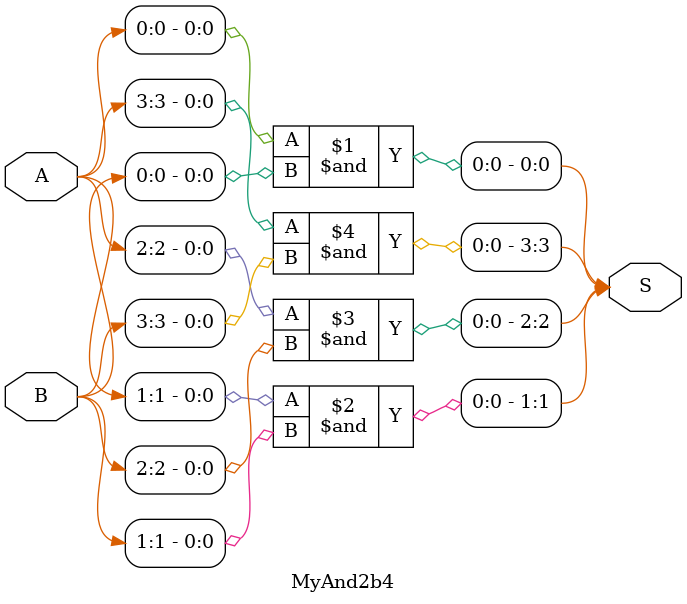
<source format=v>
`timescale 1ns / 1ps
module MyAnd2b4(
	input wire [3:0] A,
	input wire [3:0] B,
	output wire [3:0] S
    );
	 and a1(S[0],A[0],B[0]);
		and a2(S[1],A[1],B[1]);
	   and a3(S[2],A[2],B[2]);
		 and a4(S[3],A[3],B[3]);
		 


endmodule

</source>
